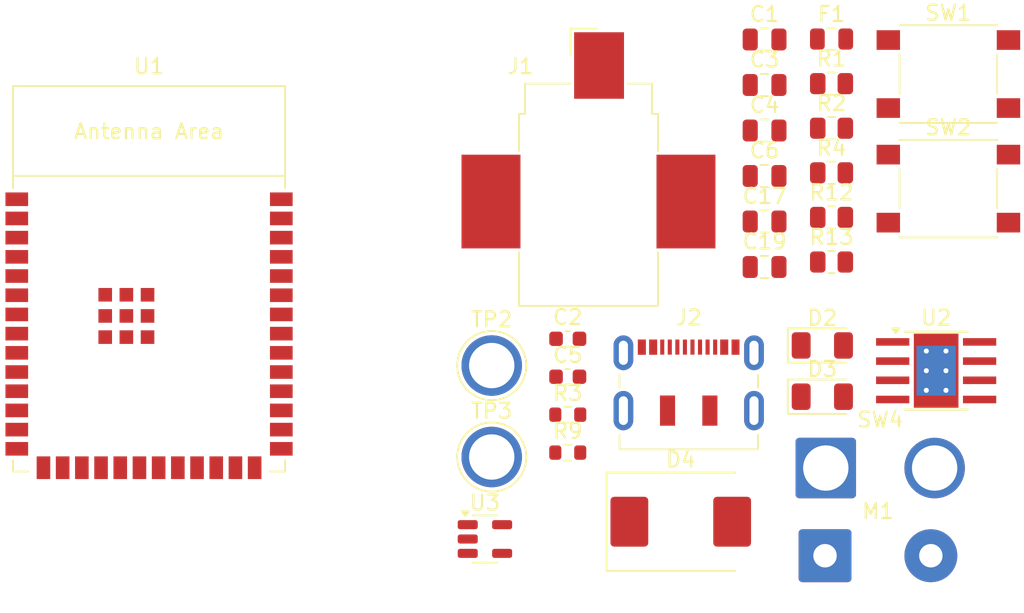
<source format=kicad_pcb>
(kicad_pcb (version 20240108) (generator "pcbnew") (generator_version "8.0")
  (layers (0 "F.Cu" signal) (31 "B.Cu" signal) (34 "B.Paste" user) (35 "F.Paste" user) (36 "B.SilkS" user "B.Silkscreen") (37 "F.SilkS" user "F.Silkscreen") (38 "B.Mask" user) (39 "F.Mask" user) (44 "Edge.Cuts" user))
  (net 0 "")
  (net 1 "+6V")
  (net 2 "GND")
  (net 3 "+3.3V")
  (net 4 "Net-(U1-EN)")
  (net 5 "Net-(U1-GPIO0)")
  (net 6 "+12V")
  (net 7 "Net-(D2-A)")
  (net 8 "Net-(D3-A)")
  (net 9 "+5V")
  (net 10 "Net-(D4-A)")
  (net 11 "Net-(F1-Pad1)")
  (net 12 "/D+")
  (net 13 "Net-(J2-CC2)")
  (net 14 "/D-")
  (net 17 "Net-(J2-CC1)")
  (net 18 "Net-(M1--)")
  (net 19 "Net-(M1-+)")
  (net 20 "Net-(U3-EN)")
  (net 21 "Net-(U2-ILIM)")
  (net 22 "Net-(U2-OUT1)")
  (net 23 "GPIO35")
  (net 24 "GPIO36")
  (net 26 "GPIO4")
  (net 28 "GPIO12")
  (net 29 "GPIO34")
  (net 37 "GPIO21")
  (net 39 "GPIO33")
  (net 40 "GPIO10")
  (net 44 "GPIO13")
  (net 52 "GPIO9")
  (net 53 "GPIO11")
  (footprint "Button_Switch_SMD:SW_Push_1P1T_NO_6x6mm_H9.5mm" (layer "F.Cu") (at 143.444 70.417)
    (property "Reference" "SW2" (at 0 -4.05 0) (layer "F.SilkS"))
    (property "Value" "Boot")
    (fp_line (start -3.23 -3.23) (end 3.23 -3.23) (stroke (width 0.12)) (layer "F.SilkS"))
    (fp_line (start -3.23 -3.2) (end -3.23 -3.23) (stroke (width 0.12)) (layer "F.SilkS"))
    (fp_line (start -3.23 -1.3) (end -3.23 1.3) (stroke (width 0.12)) (layer "F.SilkS"))
    (fp_line (start -3.23 3.23) (end -3.23 3.2) (stroke (width 0.12)) (layer "F.SilkS"))
    (fp_line (start -3.23 3.23) (end 3.23 3.23) (stroke (width 0.12)) (layer "F.SilkS"))
    (fp_line (start 3.23 -3.23) (end 3.23 -3.2) (stroke (width 0.12)) (layer "F.SilkS"))
    (fp_line (start 3.23 -1.3) (end 3.23 1.3) (stroke (width 0.12)) (layer "F.SilkS"))
    (fp_line (start 3.23 3.23) (end 3.23 3.2) (stroke (width 0.12)) (layer "F.SilkS"))
    (pad "1" smd rect (at -3.975 -2.25) (size 1.55 1.3) (layers "F.Cu" "F.Paste" "F.Mask") (net 5 "Net-(U1-GPIO0)"))
    (pad "1" smd rect (at 3.975 -2.25) (size 1.55 1.3) (layers "F.Cu" "F.Paste" "F.Mask") (net 5 "Net-(U1-GPIO0)"))
    (pad "2" smd rect (at -3.975 2.25) (size 1.55 1.3) (layers "F.Cu" "F.Paste" "F.Mask") (net 2 "GND"))
    (pad "2" smd rect (at 3.975 2.25) (size 1.55 1.3) (layers "F.Cu" "F.Paste" "F.Mask") (net 2 "GND"))
  )
  (footprint "PCM_Espressif:ESP32-S2-SOLO" (layer "F.Cu") (at 90.564 79.38)
    (property "Reference" "U1" (at 0 -17.05 0) (layer "F.SilkS"))
    (property "Value" "ESP32-S2-SOLO")
    (fp_line (start -9 -15.75) (end -9 -9) (stroke (width 0.12)) (layer "F.SilkS"))
    (fp_line (start -9 -15.75) (end 9 -15.75) (stroke (width 0.12)) (layer "F.SilkS"))
    (fp_line (start -9 9) (end -9 9.75) (stroke (width 0.12)) (layer "F.SilkS"))
    (fp_line (start -9 9.75) (end -8 9.75) (stroke (width 0.12)) (layer "F.SilkS"))
    (fp_line (start 9 -15.75) (end 9 -9) (stroke (width 0.12)) (layer "F.SilkS"))
    (fp_line (start 9 -9.81) (end -9 -9.81) (stroke (width 0.12)) (layer "F.SilkS"))
    (fp_line (start 9 9) (end 9 9.75) (stroke (width 0.12)) (layer "F.SilkS"))
    (fp_line (start 9 9.75) (end 8 9.75) (stroke (width 0.12)) (layer "F.SilkS"))
    (fp_text user "Antenna Area" (at 0 -12.75 0) (layer "F.SilkS"))
    (pad "1" smd rect (at -8.75 -8.26) (size 1.5 0.9) (layers "F.Cu" "F.Paste" "F.Mask") (net 2 "GND"))
    (pad "2" smd rect (at -8.75 -6.99) (size 1.5 0.9) (layers "F.Cu" "F.Paste" "F.Mask") (net 3 "+3.3V"))
    (pad "3" smd rect (at -8.75 -5.72) (size 1.5 0.9) (layers "F.Cu" "F.Paste" "F.Mask") (net 4 "Net-(U1-EN)"))
    (pad "4" smd rect (at -8.75 -4.45) (size 1.5 0.9) (layers "F.Cu" "F.Paste" "F.Mask") (net 26 "GPIO4"))
    (pad "5" smd rect (at -8.75 -3.18) (size 1.5 0.9) (layers "F.Cu" "F.Paste" "F.Mask"))
    (pad "6" smd rect (at -8.75 -1.91) (size 1.5 0.9) (layers "F.Cu" "F.Paste" "F.Mask"))
    (pad "7" smd rect (at -8.75 -0.64) (size 1.5 0.9) (layers "F.Cu" "F.Paste" "F.Mask"))
    (pad "8" smd rect (at -8.75 0.63) (size 1.5 0.9) (layers "F.Cu" "F.Paste" "F.Mask"))
    (pad "9" smd rect (at -8.75 1.9) (size 1.5 0.9) (layers "F.Cu" "F.Paste" "F.Mask"))
    (pad "10" smd rect (at -8.75 3.17) (size 1.5 0.9) (layers "F.Cu" "F.Paste" "F.Mask"))
    (pad "11" smd rect (at -8.75 4.44) (size 1.5 0.9) (layers "F.Cu" "F.Paste" "F.Mask"))
    (pad "12" smd rect (at -8.75 5.71) (size 1.5 0.9) (layers "F.Cu" "F.Paste" "F.Mask"))
    (pad "13" smd rect (at -8.75 6.98) (size 1.5 0.9) (layers "F.Cu" "F.Paste" "F.Mask") (net 14 "/D-"))
    (pad "14" smd rect (at -8.75 8.25) (size 1.5 0.9) (layers "F.Cu" "F.Paste" "F.Mask") (net 12 "/D+"))
    (pad "15" smd rect (at -6.985 9.5 90) (size 1.5 0.9) (layers "F.Cu" "F.Paste" "F.Mask"))
    (pad "16" smd rect (at -5.715 9.5 90) (size 1.5 0.9) (layers "F.Cu" "F.Paste" "F.Mask"))
    (pad "17" smd rect (at -4.445 9.5 90) (size 1.5 0.9) (layers "F.Cu" "F.Paste" "F.Mask") (net 52 "GPIO9"))
    (pad "18" smd rect (at -3.175 9.5 90) (size 1.5 0.9) (layers "F.Cu" "F.Paste" "F.Mask") (net 40 "GPIO10"))
    (pad "19" smd rect (at -1.905 9.5 90) (size 1.5 0.9) (layers "F.Cu" "F.Paste" "F.Mask") (net 53 "GPIO11"))
    (pad "20" smd rect (at -0.635 9.5 90) (size 1.5 0.9) (layers "F.Cu" "F.Paste" "F.Mask") (net 28 "GPIO12"))
    (pad "21" smd rect (at 0.635 9.5 90) (size 1.5 0.9) (layers "F.Cu" "F.Paste" "F.Mask") (net 44 "GPIO13"))
    (pad "22" smd rect (at 1.905 9.5 90) (size 1.5 0.9) (layers "F.Cu" "F.Paste" "F.Mask"))
    (pad "23" smd rect (at 3.175 9.5 90) (size 1.5 0.9) (layers "F.Cu" "F.Paste" "F.Mask") (net 37 "GPIO21"))
    (pad "24" smd rect (at 4.445 9.5 90) (size 1.5 0.9) (layers "F.Cu" "F.Paste" "F.Mask") (net 39 "GPIO33"))
    (pad "25" smd rect (at 5.715 9.5 90) (size 1.5 0.9) (layers "F.Cu" "F.Paste" "F.Mask") (net 29 "GPIO34"))
    (pad "26" smd rect (at 6.985 9.5 90) (size 1.5 0.9) (layers "F.Cu" "F.Paste" "F.Mask"))
    (pad "27" smd rect (at 8.75 8.25 180) (size 1.5 0.9) (layers "F.Cu" "F.Paste" "F.Mask") (net 5 "Net-(U1-GPIO0)"))
    (pad "28" smd rect (at 8.75 6.98 180) (size 1.5 0.9) (layers "F.Cu" "F.Paste" "F.Mask") (net 23 "GPIO35"))
    (pad "29" smd rect (at 8.75 5.71 180) (size 1.5 0.9) (layers "F.Cu" "F.Paste" "F.Mask") (net 24 "GPIO36"))
    (pad "30" smd rect (at 8.75 4.44 180) (size 1.5 0.9) (layers "F.Cu" "F.Paste" "F.Mask"))
    (pad "31" smd rect (at 8.75 3.17 180) (size 1.5 0.9) (layers "F.Cu" "F.Paste" "F.Mask"))
    (pad "32" smd rect (at 8.75 1.9 180) (size 1.5 0.9) (layers "F.Cu" "F.Paste" "F.Mask"))
    (pad "33" smd rect (at 8.75 0.63 180) (size 1.5 0.9) (layers "F.Cu" "F.Paste" "F.Mask"))
    (pad "34" smd rect (at 8.75 -0.64 180) (size 1.5 0.9) (layers "F.Cu" "F.Paste" "F.Mask"))
    (pad "35" smd rect (at 8.75 -1.91 180) (size 1.5 0.9) (layers "F.Cu" "F.Paste" "F.Mask"))
    (pad "36" smd rect (at 8.75 -3.18 180) (size 1.5 0.9) (layers "F.Cu" "F.Paste" "F.Mask"))
    (pad "37" smd rect (at 8.75 -4.45 180) (size 1.5 0.9) (layers "F.Cu" "F.Paste" "F.Mask"))
    (pad "38" smd rect (at 8.75 -5.72 180) (size 1.5 0.9) (layers "F.Cu" "F.Paste" "F.Mask"))
    (pad "39" smd rect (at 8.75 -6.99 180) (size 1.5 0.9) (layers "F.Cu" "F.Paste" "F.Mask"))
    (pad "40" smd rect (at 8.75 -8.26 180) (size 1.5 0.9) (layers "F.Cu" "F.Paste" "F.Mask") (net 2 "GND"))
    (pad "41" smd rect (at -2.9 -1.94 180) (size 0.9 0.9) (layers "F.Cu" "F.Paste" "F.Mask") (net 2 "GND"))
    (pad "41" smd rect (at -2.9 -0.54 180) (size 0.9 0.9) (layers "F.Cu" "F.Paste" "F.Mask") (net 2 "GND"))
    (pad "41" smd rect (at -2.9 0.86 180) (size 0.9 0.9) (layers "F.Cu" "F.Paste" "F.Mask") (net 2 "GND"))
    (pad "41" smd rect (at -1.5 -1.94 180) (size 0.9 0.9) (layers "F.Cu" "F.Paste" "F.Mask") (net 2 "GND"))
    (pad "41" smd rect (at -1.5 -0.54 180) (size 0.9 0.9) (layers "F.Cu" "F.Paste" "F.Mask") (net 2 "GND"))
    (pad "41" smd rect (at -1.5 0.86 180) (size 0.9 0.9) (layers "F.Cu" "F.Paste" "F.Mask") (net 2 "GND"))
    (pad "41" smd rect (at -0.1 -1.94 180) (size 0.9 0.9) (layers "F.Cu" "F.Paste" "F.Mask") (net 2 "GND"))
    (pad "41" smd rect (at -0.1 -0.54 180) (size 0.9 0.9) (layers "F.Cu" "F.Paste" "F.Mask") (net 2 "GND"))
    (pad "41" smd rect (at -0.1 0.86 180) (size 0.9 0.9) (layers "F.Cu" "F.Paste" "F.Mask") (net 2 "GND"))
  )
  (footprint "Connector_Wire:SolderWire-2.5sqmm_1x02_P7.2mm_D2.4mm_OD3.6mm" (layer "F.Cu") (at 135.334 88.902)
    (property "Reference" "SW4" (at 3.6 -3.2 0) (layer "F.SilkS"))
    (property "Value" "SW_DIP_x01")
    (pad "1" thru_hole roundrect (at 0 0) (size 4 4) (drill 3) (layers "*.Cu" "*.Mask") (roundrect_rratio 0.0625) (net 22 "Net-(U2-OUT1)"))
    (pad "2" thru_hole circle (at 7.2 0) (size 4 4) (drill 3) (layers "*.Cu" "*.Mask") (net 19 "Net-(M1-+)"))
  )
  (footprint "Capacitor_SMD:C_0603_1608Metric" (layer "F.Cu") (at 118.264 80.352)
    (property "Reference" "C2" (at 0 -1.43 0) (layer "F.SilkS"))
    (property "Value" "1uF")
    (fp_line (start -0.14058 -0.51) (end 0.14058 -0.51) (stroke (width 0.12)) (layer "F.SilkS"))
    (fp_line (start -0.14058 0.51) (end 0.14058 0.51) (stroke (width 0.12)) (layer "F.SilkS"))
    (pad "1" smd roundrect (at -0.775 0) (size 0.9 0.95) (layers "F.Cu" "F.Paste" "F.Mask") (net 3 "+3.3V"))
    (pad "2" smd roundrect (at 0.775 0) (size 0.9 0.95) (layers "F.Cu" "F.Paste" "F.Mask") (net 2 "GND"))
  )
  (footprint "Capacitor_SMD:C_0805_2012Metric" (layer "F.Cu") (at 131.284 60.552)
    (property "Reference" "C1" (at 0 -1.68 0) (layer "F.SilkS"))
    (property "Value" "1uF")
    (fp_line (start -0.261252 -0.735) (end 0.261252 -0.735) (stroke (width 0.12)) (layer "F.SilkS"))
    (fp_line (start -0.261252 0.735) (end 0.261252 0.735) (stroke (width 0.12)) (layer "F.SilkS"))
    (pad "1" smd roundrect (at -0.95 0) (size 1 1.45) (layers "F.Cu" "F.Paste" "F.Mask") (net 1 "+6V"))
    (pad "2" smd roundrect (at 0.95 0) (size 1 1.45) (layers "F.Cu" "F.Paste" "F.Mask") (net 2 "GND"))
  )
  (footprint "Capacitor_SMD:C_0805_2012Metric" (layer "F.Cu") (at 131.284 63.562)
    (property "Reference" "C3" (at 0 -1.68 0) (layer "F.SilkS"))
    (property "Value" ".1uF")
    (fp_line (start -0.261252 -0.735) (end 0.261252 -0.735) (stroke (width 0.12)) (layer "F.SilkS"))
    (fp_line (start -0.261252 0.735) (end 0.261252 0.735) (stroke (width 0.12)) (layer "F.SilkS"))
    (pad "1" smd roundrect (at -0.95 0) (size 1 1.45) (layers "F.Cu" "F.Paste" "F.Mask") (net 2 "GND"))
    (pad "2" smd roundrect (at 0.95 0) (size 1 1.45) (layers "F.Cu" "F.Paste" "F.Mask") (net 4 "Net-(U1-EN)"))
  )
  (footprint "Package_SO:Texas_HTSOP-8-1EP_3.9x4.9mm_P1.27mm_EP2.95x4.9mm_Mask2.4x3.1mm_ThermalVias" (layer "F.Cu") (at 142.634 82.462)
    (property "Reference" "U2" (at 0 -3.5 0) (layer "F.SilkS"))
    (property "Value" "DRV8871DDA")
    (fp_line (start -2.075 -2.575) (end 2.075 -2.575) (stroke (width 0.15)) (layer "F.SilkS"))
    (fp_line (start -2.075 2.575) (end 2.075 2.575) (stroke (width 0.15)) (layer "F.SilkS"))
    (fp_poly (pts (xy -2.675 -2.475) (xy -2.915 -2.805) (xy -2.435 -2.805) (xy -2.675 -2.475)) (stroke (width 0.12)) (fill solid) (layer "F.SilkS"))
    (pad "1" smd rect (at -2.875 -1.905) (size 2.2 0.5) (layers "F.Cu" "F.Paste" "F.Mask") (net 2 "GND"))
    (pad "2" smd rect (at -2.875 -0.635) (size 2.2 0.5) (layers "F.Cu" "F.Paste" "F.Mask") (net 24 "GPIO36"))
    (pad "3" smd rect (at -2.875 0.635) (size 2.2 0.5) (layers "F.Cu" "F.Paste" "F.Mask") (net 23 "GPIO35"))
    (pad "4" smd rect (at -2.875 1.905) (size 2.2 0.5) (layers "F.Cu" "F.Paste" "F.Mask") (net 21 "Net-(U2-ILIM)"))
    (pad "5" smd rect (at 2.875 1.905) (size 2.2 0.5) (layers "F.Cu" "F.Paste" "F.Mask") (net 6 "+12V"))
    (pad "6" smd rect (at 2.875 0.635) (size 2.2 0.5) (layers "F.Cu" "F.Paste" "F.Mask") (net 22 "Net-(U2-OUT1)"))
    (pad "7" smd rect (at 2.875 -0.635) (size 2.2 0.5) (layers "F.Cu" "F.Paste" "F.Mask") (net 2 "GND"))
    (pad "8" smd rect (at 2.875 -1.905) (size 2.2 0.5) (layers "F.Cu" "F.Paste" "F.Mask") (net 18 "Net-(M1--)"))
    (pad "9" thru_hole circle (at -0.65 -1.3) (size 0.63 0.63) (drill 0.33) (layers "*.Cu" "*.Mask") (net 2 "GND"))
    (pad "9" thru_hole circle (at -0.65 0) (size 0.63 0.63) (drill 0.33) (layers "*.Cu" "*.Mask") (net 2 "GND"))
    (pad "9" thru_hole circle (at -0.65 1.3) (size 0.63 0.63) (drill 0.33) (layers "*.Cu" "*.Mask") (net 2 "GND"))
    (pad "9" smd rect (at 0 0) (size 2.6 3.3) (layers "B.Cu") (net 2 "GND"))
    (pad "9" smd rect (at 0 0) (size 2.95 4.9) (layers "F.Cu") (net 2 "GND"))
    (pad "9" thru_hole circle (at 0.65 -1.3) (size 0.63 0.63) (drill 0.33) (layers "*.Cu" "*.Mask") (net 2 "GND"))
    (pad "9" thru_hole circle (at 0.65 0) (size 0.63 0.63) (drill 0.33) (layers "*.Cu" "*.Mask") (net 2 "GND"))
    (pad "9" thru_hole circle (at 0.65 1.3) (size 0.63 0.63) (drill 0.33) (layers "*.Cu" "*.Mask") (net 2 "GND"))
  )
  (footprint "Connector_BarrelJack:BarrelJack_CUI_PJ-036AH-SMT_Horizontal" (layer "F.Cu") (at 119.634 68.072)
    (property "Reference" "J1" (at -4.5 -5.75 0) (layer "F.SilkS"))
    (property "Value" "Barrel_Jack")
    (fp_line (start -4.6 -2.6) (end -4.2 -2.6) (stroke (width 0.12)) (layer "F.SilkS"))
    (fp_line (start -4.6 -0.15) (end -4.6 -2.6) (stroke (width 0.12)) (layer "F.SilkS"))
    (fp_line (start -4.6 10.1) (end -4.6 6.55) (stroke (width 0.12)) (layer "F.SilkS"))
    (fp_line (start -4.2 -4.6) (end -1.2 -4.6) (stroke (width 0.12)) (layer "F.SilkS"))
    (fp_line (start -4.2 -2.6) (end -4.2 -4.6) (stroke (width 0.12)) (layer "F.SilkS"))
    (fp_line (start -1.19 -8.24) (end 0.55 -8.24) (stroke (width 0.12)) (layer "F.SilkS"))
    (fp_line (start -1.19 -6.5) (end -1.19 -8.24) (stroke (width 0.12)) (layer "F.SilkS"))
    (fp_line (start 2.6 -4.6) (end 4.2 -4.6) (stroke (width 0.12)) (layer "F.SilkS"))
    (fp_line (start 4.2 -4.6) (end 4.2 -2.6) (stroke (width 0.12)) (layer "F.SilkS"))
    (fp_line (start 4.2 -2.6) (end 4.6 -2.6) (stroke (width 0.12)) (layer "F.SilkS"))
    (fp_line (start 4.6 -2.6) (end 4.6 -0.15) (stroke (width 0.12)) (layer "F.SilkS"))
    (fp_line (start 4.6 6.55) (end 4.6 10.1) (stroke (width 0.12)) (layer "F.SilkS"))
    (fp_line (start 4.6 10.1) (end -4.6 10.1) (stroke (width 0.12)) (layer "F.SilkS"))
    (pad "" np_thru_hole circle (at 0 7) (size 2 2) (drill 2) (layers "*.Cu" "*.Mask"))
    (pad "1" smd rect (at 0.7 -5.8) (size 3.3 4.4) (layers "F.Cu" "F.Paste" "F.Mask") (net 11 "Net-(F1-Pad1)"))
    (pad "2" smd rect (at -6.45 3.2) (size 3.9 6.2) (layers "F.Cu" "F.Paste" "F.Mask") (net 2 "GND"))
    (pad "3" smd rect (at 6.45 3.2) (size 3.9 6.2) (layers "F.Cu" "F.Paste" "F.Mask") (net 2 "GND"))
  )
  (footprint "Resistor_SMD:R_0603_1608Metric" (layer "F.Cu") (at 118.264 85.372)
    (property "Reference" "R3" (at 0 -1.43 0) (layer "F.SilkS"))
    (property "Value" "150")
    (fp_line (start -0.237258 -0.5225) (end 0.237258 -0.5225) (stroke (width 0.12)) (layer "F.SilkS"))
    (fp_line (start -0.237258 0.5225) (end 0.237258 0.5225) (stroke (width 0.12)) (layer "F.SilkS"))
    (pad "1" smd roundrect (at -0.825 0) (size 0.8 0.95) (layers "F.Cu" "F.Paste" "F.Mask") (net 9 "+5V"))
    (pad "2" smd roundrect (at 0.825 0) (size 0.8 0.95) (layers "F.Cu" "F.Paste" "F.Mask") (net 7 "Net-(D2-A)"))
  )
  (footprint "Resistor_SMD:R_0805_2012Metric" (layer "F.Cu") (at 135.714 66.422)
    (property "Reference" "R2" (at 0 -1.65 0) (layer "F.SilkS"))
    (property "Value" "3M")
    (fp_line (start -0.227064 -0.735) (end 0.227064 -0.735) (stroke (width 0.12)) (layer "F.SilkS"))
    (fp_line (start -0.227064 0.735) (end 0.227064 0.735) (stroke (width 0.12)) (layer "F.SilkS"))
    (pad "1" smd roundrect (at -0.9125 0) (size 1.025 1.4) (layers "F.Cu" "F.Paste" "F.Mask") (roundrect_rratio 0.243902) (net 2 "GND"))
    (pad "2" smd roundrect (at 0.9125 0) (size 1.025 1.4) (layers "F.Cu" "F.Paste" "F.Mask") (roundrect_rratio 0.243902) (net 20 "Net-(U3-EN)"))
  )
  (footprint "Connector_Wire:SolderWire-0.75sqmm_1x02_P7mm_D1.25mm_OD3.5mm" (layer "F.Cu") (at 135.284 94.702)
    (property "Reference" "M1" (at 3.5 -2.95 0) (layer "F.SilkS"))
    (property "Value" "Motor_DC")
    (pad "1" thru_hole roundrect (at 0 0) (size 3.5 3.5) (drill 1.55) (layers "*.Cu" "*.Mask") (roundrect_rratio 0.071429) (net 19 "Net-(M1-+)"))
    (pad "2" thru_hole circle (at 7 0) (size 3.5 3.5) (drill 1.55) (layers "*.Cu" "*.Mask") (net 18 "Net-(M1--)"))
  )
  (footprint "Package_TO_SOT_SMD:SOT-23-5" (layer "F.Cu") (at 112.784 93.597)
    (property "Reference" "U3" (at 0 -2.4 0) (layer "F.SilkS"))
    (property "Value" "AP2127K-3.3")
    (fp_line (start 0 -1.56) (end -0.8 -1.56) (stroke (width 0.12)) (layer "F.SilkS"))
    (fp_line (start 0 -1.56) (end 0.8 -1.56) (stroke (width 0.12)) (layer "F.SilkS"))
    (fp_line (start 0 1.56) (end -0.8 1.56) (stroke (width 0.12)) (layer "F.SilkS"))
    (fp_line (start 0 1.56) (end 0.8 1.56) (stroke (width 0.12)) (layer "F.SilkS"))
    (fp_poly (pts (xy -1.3 -1.51) (xy -1.54 -1.84) (xy -1.06 -1.84) (xy -1.3 -1.51)) (stroke (width 0.12)) (fill solid) (layer "F.SilkS"))
    (pad "1" smd roundrect (at -1.1375 -0.95) (size 1.325 0.6) (layers "F.Cu" "F.Paste" "F.Mask") (net 1 "+6V"))
    (pad "2" smd roundrect (at -1.1375 0) (size 1.325 0.6) (layers "F.Cu" "F.Paste" "F.Mask") (net 2 "GND"))
    (pad "3" smd roundrect (at -1.1375 0.95) (size 1.325 0.6) (layers "F.Cu" "F.Paste" "F.Mask") (net 20 "Net-(U3-EN)"))
    (pad "4" smd roundrect (at 1.1375 0.95) (size 1.325 0.6) (layers "F.Cu" "F.Paste" "F.Mask"))
    (pad "5" smd roundrect (at 1.1375 -0.95) (size 1.325 0.6) (layers "F.Cu" "F.Paste" "F.Mask") (net 3 "+3.3V"))
  )
  (footprint "Resistor_SMD:R_0805_2012Metric" (layer "F.Cu") (at 135.714 63.472)
    (property "Reference" "R1" (at 0 -1.65 0) (layer "F.SilkS"))
    (property "Value" "10k")
    (fp_line (start -0.227064 -0.735) (end 0.227064 -0.735) (stroke (width 0.12)) (layer "F.SilkS"))
    (fp_line (start -0.227064 0.735) (end 0.227064 0.735) (stroke (width 0.12)) (layer "F.SilkS"))
    (pad "1" smd roundrect (at -0.9125 0) (size 1.025 1.4) (layers "F.Cu" "F.Paste" "F.Mask") (roundrect_rratio 0.243902) (net 3 "+3.3V"))
    (pad "2" smd roundrect (at 0.9125 0) (size 1.025 1.4) (layers "F.Cu" "F.Paste" "F.Mask") (roundrect_rratio 0.243902) (net 4 "Net-(U1-EN)"))
  )
  (footprint "Button_Switch_SMD:SW_Push_1P1T_NO_6x6mm_H9.5mm" (layer "F.Cu") (at 143.444 62.837)
    (property "Reference" "SW1" (at 0 -4.05 0) (layer "F.SilkS"))
    (property "Value" "Reset")
    (fp_line (start -3.23 -3.23) (end 3.23 -3.23) (stroke (width 0.12)) (layer "F.SilkS"))
    (fp_line (start -3.23 -3.2) (end -3.23 -3.23) (stroke (width 0.12)) (layer "F.SilkS"))
    (fp_line (start -3.23 -1.3) (end -3.23 1.3) (stroke (width 0.12)) (layer "F.SilkS"))
    (fp_line (start -3.23 3.23) (end -3.23 3.2) (stroke (width 0.12)) (layer "F.SilkS"))
    (fp_line (start -3.23 3.23) (end 3.23 3.23) (stroke (width 0.12)) (layer "F.SilkS"))
    (fp_line (start 3.23 -3.23) (end 3.23 -3.2) (stroke (width 0.12)) (layer "F.SilkS"))
    (fp_line (start 3.23 -1.3) (end 3.23 1.3) (stroke (width 0.12)) (layer "F.SilkS"))
    (fp_line (start 3.23 3.23) (end 3.23 3.2) (stroke (width 0.12)) (layer "F.SilkS"))
    (pad "1" smd rect (at -3.975 -2.25) (size 1.55 1.3) (layers "F.Cu" "F.Paste" "F.Mask") (net 2 "GND"))
    (pad "1" smd rect (at 3.975 -2.25) (size 1.55 1.3) (layers "F.Cu" "F.Paste" "F.Mask") (net 2 "GND"))
    (pad "2" smd rect (at -3.975 2.25) (size 1.55 1.3) (layers "F.Cu" "F.Paste" "F.Mask") (net 4 "Net-(U1-EN)"))
    (pad "2" smd rect (at 3.975 2.25) (size 1.55 1.3) (layers "F.Cu" "F.Paste" "F.Mask") (net 4 "Net-(U1-EN)"))
  )
  (footprint "Capacitor_SMD:C_0805_2012Metric" (layer "F.Cu") (at 131.284 72.592)
    (property "Reference" "C17" (at 0 -1.68 0) (layer "F.SilkS"))
    (property "Value" "0.1uF")
    (fp_line (start -0.261252 -0.735) (end 0.261252 -0.735) (stroke (width 0.12)) (layer "F.SilkS"))
    (fp_line (start -0.261252 0.735) (end 0.261252 0.735) (stroke (width 0.12)) (layer "F.SilkS"))
    (pad "1" smd roundrect (at -0.95 0) (size 1 1.45) (layers "F.Cu" "F.Paste" "F.Mask") (net 6 "+12V"))
    (pad "2" smd roundrect (at 0.95 0) (size 1 1.45) (layers "F.Cu" "F.Paste" "F.Mask") (net 2 "GND"))
  )
  (footprint "Diode_SMD:D_1206_3216Metric" (layer "F.Cu") (at 135.104 80.792)
    (property "Reference" "D2" (at 0 -1.82 0) (layer "F.SilkS"))
    (property "Value" "LED")
    (fp_line (start -2.285 -1.135) (end -2.285 1.135) (stroke (width 0.12)) (layer "F.SilkS"))
    (fp_line (start -2.285 1.135) (end 1.6 1.135) (stroke (width 0.12)) (layer "F.SilkS"))
    (fp_line (start 1.6 -1.135) (end -2.285 -1.135) (stroke (width 0.12)) (layer "F.SilkS"))
    (pad "1" smd roundrect (at -1.4 0) (size 1.25 1.75) (layers "F.Cu" "F.Paste" "F.Mask") (roundrect_rratio 0.2) (net 2 "GND"))
    (pad "2" smd roundrect (at 1.4 0) (size 1.25 1.75) (layers "F.Cu" "F.Paste" "F.Mask") (roundrect_rratio 0.2) (net 7 "Net-(D2-A)"))
  )
  (footprint "Resistor_SMD:R_0805_2012Metric" (layer "F.Cu") (at 135.714 75.272)
    (property "Reference" "R13" (at 0 -1.65 0) (layer "F.SilkS"))
    (property "Value" "5.1k")
    (fp_line (start -0.227064 -0.735) (end 0.227064 -0.735) (stroke (width 0.12)) (layer "F.SilkS"))
    (fp_line (start -0.227064 0.735) (end 0.227064 0.735) (stroke (width 0.12)) (layer "F.SilkS"))
    (pad "1" smd roundrect (at -0.9125 0) (size 1.025 1.4) (layers "F.Cu" "F.Paste" "F.Mask") (roundrect_rratio 0.243902) (net 17 "Net-(J2-CC1)"))
    (pad "2" smd roundrect (at 0.9125 0) (size 1.025 1.4) (layers "F.Cu" "F.Paste" "F.Mask") (roundrect_rratio 0.243902) (net 2 "GND"))
  )
  (footprint "TestPoint:TestPoint_Plated_Hole_D3.0mm" (layer "F.Cu") (at 113.234 82.122)
    (property "Reference" "TP2" (at 0 -3.048 0) (layer "F.SilkS"))
    (property "Value" "TestPoint")
    (fp_circle (center 0 0) (end 0 -2.286) (stroke (width 0.12)) (fill none) (layer "F.SilkS"))
    (pad "1" thru_hole circle (at 0 0) (size 4 4) (drill 3) (layers "*.Cu" "*.Mask") (net 2 "GND"))
  )
  (footprint "Connector_USB:USB_C_Receptacle_JAE_DX07S016JA1R1500" (layer "F.Cu") (at 126.264 83.952)
    (property "Reference" "J2" (at 0 -5 0) (layer "F.SilkS"))
    (property "Value" "USB_C_Receptacle_USB2.0")
    (fp_line (start -4.58 -1.215) (end -4.58 -0.36) (stroke (width 0.12)) (layer "F.SilkS"))
    (fp_line (start -4.58 2.76) (end -4.58 3.71) (stroke (width 0.12)) (layer "F.SilkS"))
    (fp_line (start -4.58 3.71) (end 4.58 3.71) (stroke (width 0.12)) (layer "F.SilkS"))
    (fp_line (start 4.58 -1.215) (end 4.58 -0.36) (stroke (width 0.12)) (layer "F.SilkS"))
    (fp_line (start 4.58 2.76) (end 4.58 3.71) (stroke (width 0.12)) (layer "F.SilkS"))
    (pad "" np_thru_hole circle (at -3 -1.95) (size 0.6 0.6) (drill 0.6) (layers "F&B.Cu" "*.Mask"))
    (pad "" smd rect (at -1.4 1.15) (size 1 2) (layers "F.Cu" "F.Paste" "F.Mask"))
    (pad "" smd rect (at 1.4 1.15) (size 1 2) (layers "F.Cu" "F.Paste" "F.Mask"))
    (pad "" np_thru_hole oval (at 3 -1.95) (size 0.85 0.6) (drill oval 0.85 0.6) (layers "F&B.Cu" "*.Mask"))
    (pad "A1" smd rect (at -3.1 -3.05) (size 0.52 1) (layers "F.Cu" "F.Paste" "F.Mask") (net 2 "GND"))
    (pad "A4" smd rect (at -2.35 -3.05) (size 0.52 1) (layers "F.Cu" "F.Paste" "F.Mask") (net 10 "Net-(D4-A)"))
    (pad "A5" smd rect (at -1.75 -3.05) (size 0.27 1) (layers "F.Cu" "F.Paste" "F.Mask") (net 17 "Net-(J2-CC1)"))
    (pad "A6" smd rect (at -0.25 -3.05) (size 0.27 1) (layers "F.Cu" "F.Paste" "F.Mask") (net 12 "/D+"))
    (pad "A7" smd rect (at 0.75 -3.05) (size 0.27 1) (layers "F.Cu" "F.Paste" "F.Mask") (net 14 "/D-"))
    (pad "A8" smd rect (at 1.75 -3.05) (size 0.27 1) (layers "F.Cu" "F.Paste" "F.Mask"))
    (pad "A9" smd rect (at 2.35 -3.05) (size 0.52 1) (layers "F.Cu" "F.Paste" "F.Mask") (net 10 "Net-(D4-A)"))
    (pad "A12" smd rect (at 3.1 -3.05) (size 0.52 1) (layers "F.Cu" "F.Paste" "F.Mask") (net 2 "GND"))
    (pad "B1" smd rect (at 3.1 -3.05) (size 0.52 1) (layers "F.Cu" "F.Paste" "F.Mask") (net 2 "GND"))
    (pad "B4" smd rect (at 2.35 -3.05) (size 0.52 1) (layers "F.Cu" "F.Paste" "F.Mask") (net 10 "Net-(D4-A)"))
    (pad "B5" smd rect (at 1.25 -3.05) (size 0.27 1) (layers "F.Cu" "F.Paste" "F.Mask") (net 13 "Net-(J2-CC2)"))
    (pad "B6" smd rect (at 0.25 -3.05) (size 0.27 1) (layers "F.Cu" "F.Paste" "F.Mask") (net 12 "/D+"))
    (pad "B7" smd rect (at -0.75 -3.05) (size 0.27 1) (layers "F.Cu" "F.Paste" "F.Mask") (net 14 "/D-"))
    (pad "B8" smd rect (at -1.25 -3.05) (size 0.27 1) (layers "F.Cu" "F.Paste" "F.Mask"))
    (pad "B9" smd rect (at -2.35 -3.05) (size 0.52 1) (layers "F.Cu" "F.Paste" "F.Mask") (net 10 "Net-(D4-A)"))
    (pad "B12" smd rect (at -3.1 -3.05) (size 0.52 1) (layers "F.Cu" "F.Paste" "F.Mask") (net 2 "GND"))
    (pad "S1" thru_hole oval (at -4.32 -2.675) (size 1.3 2.3) (drill oval 0.6 1.6) (layers "*.Cu" "*.Mask") (net 2 "GND"))
    (pad "S1" thru_hole oval (at -4.32 1.15) (size 1.3 2.6) (drill oval 0.6 1.9) (layers "*.Cu" "*.Mask") (net 2 "GND"))
    (pad "S1" thru_hole oval (at 4.32 -2.675) (size 1.3 2.3) (drill oval 0.6 1.6) (layers "*.Cu" "*.Mask") (net 2 "GND"))
    (pad "S1" thru_hole oval (at 4.32 1.15) (size 1.3 2.6) (drill oval 0.6 1.9) (layers "*.Cu" "*.Mask") (net 2 "GND"))
  )
  (footprint "Resistor_SMD:R_0805_2012Metric" (layer "F.Cu") (at 135.714 72.322)
    (property "Reference" "R12" (at 0 -1.65 0) (layer "F.SilkS"))
    (property "Value" "5.1k")
    (fp_line (start -0.227064 -0.735) (end 0.227064 -0.735) (stroke (width 0.12)) (layer "F.SilkS"))
    (fp_line (start -0.227064 0.735) (end 0.227064 0.735) (stroke (width 0.12)) (layer "F.SilkS"))
    (pad "1" smd roundrect (at -0.9125 0) (size 1.025 1.4) (layers "F.Cu" "F.Paste" "F.Mask") (roundrect_rratio 0.243902) (net 13 "Net-(J2-CC2)"))
    (pad "2" smd roundrect (at 0.9125 0) (size 1.025 1.4) (layers "F.Cu" "F.Paste" "F.Mask") (roundrect_rratio 0.243902) (net 2 "GND"))
  )
  (footprint "Capacitor_SMD:C_0603_1608Metric" (layer "F.Cu") (at 118.264 82.862)
    (property "Reference" "C5" (at 0 -1.43 0) (layer "F.SilkS"))
    (property "Value" "1uF")
    (fp_line (start -0.14058 -0.51) (end 0.14058 -0.51) (stroke (width 0.12)) (layer "F.SilkS"))
    (fp_line (start -0.14058 0.51) (end 0.14058 0.51) (stroke (width 0.12)) (layer "F.SilkS"))
    (pad "1" smd roundrect (at -0.775 0) (size 0.9 0.95) (layers "F.Cu" "F.Paste" "F.Mask") (net 2 "GND"))
    (pad "2" smd roundrect (at 0.775 0) (size 0.9 0.95) (layers "F.Cu" "F.Paste" "F.Mask") (net 3 "+3.3V"))
  )
  (footprint "Capacitor_SMD:C_0805_2012Metric" (layer "F.Cu") (at 131.284 69.582)
    (property "Reference" "C6" (at 0 -1.68 0) (layer "F.SilkS"))
    (property "Value" ".1uF")
    (fp_line (start -0.261252 -0.735) (end 0.261252 -0.735) (stroke (width 0.12)) (layer "F.SilkS"))
    (fp_line (start -0.261252 0.735) (end 0.261252 0.735) (stroke (width 0.12)) (layer "F.SilkS"))
    (pad "1" smd roundrect (at -0.95 0) (size 1 1.45) (layers "F.Cu" "F.Paste" "F.Mask") (net 2 "GND"))
    (pad "2" smd roundrect (at 0.95 0) (size 1 1.45) (layers "F.Cu" "F.Paste" "F.Mask") (net 3 "+3.3V"))
  )
  (footprint "Resistor_SMD:R_0603_1608Metric" (layer "F.Cu") (at 118.264 87.882)
    (property "Reference" "R9" (at 0 -1.43 0) (layer "F.SilkS"))
    (property "Value" "60")
    (fp_line (start -0.237258 -0.5225) (end 0.237258 -0.5225) (stroke (width 0.12)) (layer "F.SilkS"))
    (fp_line (start -0.237258 0.5225) (end 0.237258 0.5225) (stroke (width 0.12)) (layer "F.SilkS"))
    (pad "1" smd roundrect (at -0.825 0) (size 0.8 0.95) (layers "F.Cu" "F.Paste" "F.Mask") (net 3 "+3.3V"))
    (pad "2" smd roundrect (at 0.825 0) (size 0.8 0.95) (layers "F.Cu" "F.Paste" "F.Mask") (net 8 "Net-(D3-A)"))
  )
  (footprint "TestPoint:TestPoint_Plated_Hole_D3.0mm" (layer "F.Cu") (at 113.234 88.172)
    (property "Reference" "TP3" (at 0 -3.048 0) (layer "F.SilkS"))
    (property "Value" "TestPoint")
    (fp_circle (center 0 0) (end 0 -2.286) (stroke (width 0.12)) (fill none) (layer "F.SilkS"))
    (pad "1" thru_hole circle (at 0 0) (size 4 4) (drill 3) (layers "*.Cu" "*.Mask") (net 1 "+6V"))
  )
  (footprint "Resistor_SMD:R_0805_2012Metric" (layer "F.Cu") (at 135.714 69.372)
    (property "Reference" "R4" (at 0 -1.65 0) (layer "F.SilkS"))
    (property "Value" "30k")
    (fp_line (start -0.227064 -0.735) (end 0.227064 -0.735) (stroke (width 0.12)) (layer "F.SilkS"))
    (fp_line (start -0.227064 0.735) (end 0.227064 0.735) (stroke (width 0.12)) (layer "F.SilkS"))
    (pad "1" smd roundrect (at -0.9125 0) (size 1.025 1.4) (layers "F.Cu" "F.Paste" "F.Mask") (roundrect_rratio 0.243902) (net 21 "Net-(U2-ILIM)"))
    (pad "2" smd roundrect (at 0.9125 0) (size 1.025 1.4) (layers "F.Cu" "F.Paste" "F.Mask") (roundrect_rratio 0.243902) (net 2 "GND"))
  )
  (footprint "Capacitor_SMD:C_0805_2012Metric" (layer "F.Cu") (at 131.284 66.572)
    (property "Reference" "C4" (at 0 -1.68 0) (layer "F.SilkS"))
    (property "Value" ".1uF")
    (fp_line (start -0.261252 -0.735) (end 0.261252 -0.735) (stroke (width 0.12)) (layer "F.SilkS"))
    (fp_line (start -0.261252 0.735) (end 0.261252 0.735) (stroke (width 0.12)) (layer "F.SilkS"))
    (pad "1" smd roundrect (at -0.95 0) (size 1 1.45) (layers "F.Cu" "F.Paste" "F.Mask") (net 5 "Net-(U1-GPIO0)"))
    (pad "2" smd roundrect (at 0.95 0) (size 1 1.45) (layers "F.Cu" "F.Paste" "F.Mask") (net 2 "GND"))
  )
  (footprint "Diode_SMD:D_1206_3216Metric" (layer "F.Cu") (at 135.104 84.182)
    (property "Reference" "D3" (at 0 -1.82 0) (layer "F.SilkS"))
    (property "Value" "LED")
    (fp_line (start -2.285 -1.135) (end -2.285 1.135) (stroke (width 0.12)) (layer "F.SilkS"))
    (fp_line (start -2.285 1.135) (end 1.6 1.135) (stroke (width 0.12)) (layer "F.SilkS"))
    (fp_line (start 1.6 -1.135) (end -2.285 -1.135) (stroke (width 0.12)) (layer "F.SilkS"))
    (pad "1" smd roundrect (at -1.4 0) (size 1.25 1.75) (layers "F.Cu" "F.Paste" "F.Mask") (roundrect_rratio 0.2) (net 2 "GND"))
    (pad "2" smd roundrect (at 1.4 0) (size 1.25 1.75) (layers "F.Cu" "F.Paste" "F.Mask") (roundrect_rratio 0.2) (net 8 "Net-(D3-A)"))
  )
  (footprint "Diode_SMD:D_SMC" (layer "F.Cu") (at 125.739 92.452)
    (property "Reference" "D4" (at 0 -4.1 0) (layer "F.SilkS"))
    (property "Value" "D_Schottky")
    (fp_line (start -4.91 -3.25) (end 3.6 -3.25) (stroke (width 0.12)) (layer "F.SilkS"))
    (fp_line (start -4.91 3.25) (end -4.91 -3.25) (stroke (width 0.12)) (layer "F.SilkS"))
    (fp_line (start -4.91 3.25) (end 3.6 3.25) (stroke (width 0.12)) (layer "F.SilkS"))
    (pad "1" smd roundrect (at -3.4 0 90) (size 3.3 2.5) (layers "F.Cu" "F.Paste" "F.Mask") (roundrect_rratio 0.1) (net 9 "+5V"))
    (pad "2" smd roundrect (at 3.4 0 90) (size 3.3 2.5) (layers "F.Cu" "F.Paste" "F.Mask") (roundrect_rratio 0.1) (net 10 "Net-(D4-A)"))
  )
  (footprint "Fuse:Fuse_0805_2012Metric" (layer "F.Cu") (at 135.714 60.522)
    (property "Reference" "F1" (at 0 -1.65 0) (layer "F.SilkS"))
    (property "Value" "Fuse_Small")
    (fp_line (start -0.258578 -0.71) (end 0.258578 -0.71) (stroke (width 0.12)) (layer "F.SilkS"))
    (fp_line (start -0.258578 0.71) (end 0.258578 0.71) (stroke (width 0.12)) (layer "F.SilkS"))
    (pad "1" smd roundrect (at -0.9375 0) (size 0.975 1.4) (layers "F.Cu" "F.Paste" "F.Mask") (net 11 "Net-(F1-Pad1)"))
    (pad "2" smd roundrect (at 0.9375 0) (size 0.975 1.4) (layers "F.Cu" "F.Paste" "F.Mask") (net 1 "+6V"))
  )
  (footprint "Capacitor_SMD:C_0805_2012Metric" (layer "F.Cu") (at 131.284 75.602)
    (property "Reference" "C19" (at 0 -1.68 0) (layer "F.SilkS"))
    (property "Value" "47uF")
    (fp_line (start -0.261252 -0.735) (end 0.261252 -0.735) (stroke (width 0.12)) (layer "F.SilkS"))
    (fp_line (start -0.261252 0.735) (end 0.261252 0.735) (stroke (width 0.12)) (layer "F.SilkS"))
    (pad "1" smd roundrect (at -0.95 0) (size 1 1.45) (layers "F.Cu" "F.Paste" "F.Mask") (net 6 "+12V"))
    (pad "2" smd roundrect (at 0.95 0) (size 1 1.45) (layers "F.Cu" "F.Paste" "F.Mask") (net 2 "GND"))
  )
)
</source>
